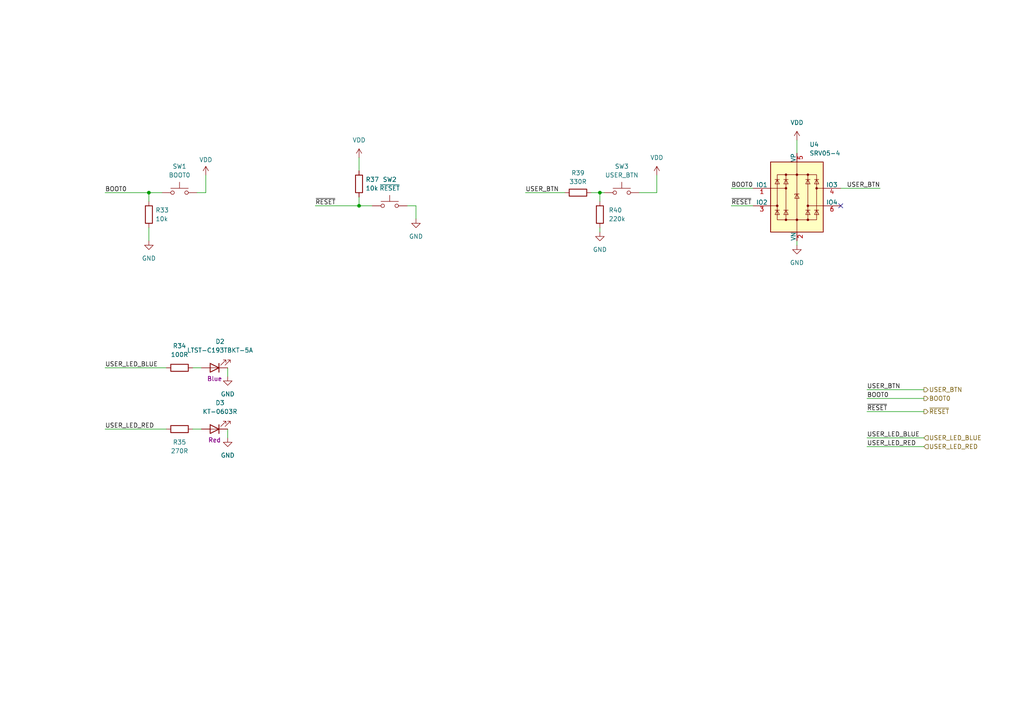
<source format=kicad_sch>
(kicad_sch (version 20230121) (generator eeschema)
  (paper "A4")
  (lib_symbols
    (symbol "Device:LED" (pin_numbers hide) (pin_names (offset 1.016) hide)
      (property "Reference" "D" (at 0 2.54 0))
      (property "Value" "LED" (at 0 -2.54 0))
      (symbol "LED_0_1"
        (polyline (pts (xy -1.27 -1.27) (xy -1.27 1.27)) (stroke (width 0.254)))
        (polyline (pts (xy -1.27 0) (xy 1.27 0)))
        (polyline (pts (xy 1.27 -1.27) (xy 1.27 1.27) (xy -1.27 0) (xy 1.27 -1.27)) (stroke (width 0.254)))
        (polyline (pts (xy -3.048 -0.762) (xy -4.572 -2.286) (xy -3.81 -2.286) (xy -4.572 -2.286) (xy -4.572 -1.524)))
        (polyline (pts (xy -1.778 -0.762) (xy -3.302 -2.286) (xy -2.54 -2.286) (xy -3.302 -2.286) (xy -3.302 -1.524)))
      )
      (symbol "LED_1_1"
        (pin passive line (at -3.81 0 0) (length 2.54) (name "K") (number "1"))
        (pin passive line (at 3.81 0 180) (length 2.54) (name "A") (number "2"))
      )
    )
    (symbol "Device:R" (pin_numbers hide) (pin_names (offset 0))
      (property "Reference" "R" (at 2.032 0 90))
      (property "Value" "R" (at 0 0 90))
      (symbol "R_0_1"
        (rectangle (start -1.016 -2.54) (end 1.016 2.54) (stroke (width 0.254)))
      )
      (symbol "R_1_1"
        (pin passive line (at 0 3.81 270) (length 1.27) (name "~") (number "1"))
        (pin passive line (at 0 -3.81 90) (length 1.27) (name "~") (number "2"))
      )
    )
    (symbol "Power_Protection:SRV05-4" (pin_names (offset 0))
      (property "Reference" "U" (at -5.08 11.43 0))
      (property "Value" "SRV05-4" (at 2.54 11.43 0))
      (symbol "SRV05-4_0_0"
        (rectangle (start -5.715 6.477) (end 5.715 -6.604))
        (polyline (pts (xy -3.175 -6.604) (xy -3.175 6.477)))
        (polyline (pts (xy 3.175 6.477) (xy 3.175 -6.604)))
      )
      (symbol "SRV05-4_0_1"
        (rectangle (start -7.62 10.16) (end 7.62 -10.16) (stroke (width 0.254)) (fill (type background)))
        (circle (center -5.715 -2.54) (radius 0.2794) (fill (type outline)))
        (circle (center -3.175 -6.604) (radius 0.2794) (fill (type outline)))
        (circle (center -3.175 2.54) (radius 0.2794) (fill (type outline)))
        (circle (center -3.175 6.477) (radius 0.2794) (fill (type outline)))
        (circle (center 0 -6.604) (radius 0.2794) (fill (type outline)))
        (polyline (pts (xy -7.747 2.54) (xy -3.175 2.54)))
        (polyline (pts (xy -7.62 -2.54) (xy -5.715 -2.54)))
        (polyline (pts (xy -5.08 -3.81) (xy -6.35 -3.81)))
        (polyline (pts (xy -5.08 5.08) (xy -6.35 5.08)))
        (polyline (pts (xy -2.54 -3.81) (xy -3.81 -3.81)))
        (polyline (pts (xy -2.54 5.08) (xy -3.81 5.08)))
        (polyline (pts (xy 0 10.16) (xy 0 -10.16)))
        (polyline (pts (xy 3.81 -3.81) (xy 2.54 -3.81)))
        (polyline (pts (xy 3.81 5.08) (xy 2.54 5.08)))
        (polyline (pts (xy 6.35 -3.81) (xy 5.08 -3.81)))
        (polyline (pts (xy 6.35 5.08) (xy 5.08 5.08)))
        (polyline (pts (xy 7.62 -2.54) (xy 3.175 -2.54)))
        (polyline (pts (xy 7.62 2.54) (xy 5.715 2.54)))
        (polyline (pts (xy 0.635 0.889) (xy -0.635 0.889) (xy -0.635 0.635)))
        (polyline (pts (xy -5.08 -5.08) (xy -6.35 -5.08) (xy -5.715 -3.81) (xy -5.08 -5.08)))
        (polyline (pts (xy -5.08 3.81) (xy -6.35 3.81) (xy -5.715 5.08) (xy -5.08 3.81)))
        (polyline (pts (xy -2.54 -5.08) (xy -3.81 -5.08) (xy -3.175 -3.81) (xy -2.54 -5.08)))
        (polyline (pts (xy -2.54 3.81) (xy -3.81 3.81) (xy -3.175 5.08) (xy -2.54 3.81)))
        (polyline (pts (xy 0.635 -0.381) (xy -0.635 -0.381) (xy 0 0.889) (xy 0.635 -0.381)))
        (polyline (pts (xy 3.81 -5.08) (xy 2.54 -5.08) (xy 3.175 -3.81) (xy 3.81 -5.08)))
        (polyline (pts (xy 3.81 3.81) (xy 2.54 3.81) (xy 3.175 5.08) (xy 3.81 3.81)))
        (polyline (pts (xy 6.35 -5.08) (xy 5.08 -5.08) (xy 5.715 -3.81) (xy 6.35 -5.08)))
        (polyline (pts (xy 6.35 3.81) (xy 5.08 3.81) (xy 5.715 5.08) (xy 6.35 3.81)))
        (circle (center 0 6.477) (radius 0.2794) (fill (type outline)))
        (circle (center 3.175 -6.604) (radius 0.2794) (fill (type outline)))
        (circle (center 3.175 -2.54) (radius 0.2794) (fill (type outline)))
        (circle (center 3.175 6.477) (radius 0.2794) (fill (type outline)))
        (circle (center 5.715 2.54) (radius 0.2794) (fill (type outline)))
      )
      (symbol "SRV05-4_1_1"
        (pin passive line (at -12.7 2.54 0) (length 5.08) (name "IO1") (number "1"))
        (pin passive line (at 0 -12.7 90) (length 2.54) (name "VN") (number "2"))
        (pin passive line (at -12.7 -2.54 0) (length 5.08) (name "IO2") (number "3"))
        (pin passive line (at 12.7 2.54 180) (length 5.08) (name "IO3") (number "4"))
        (pin passive line (at 0 12.7 270) (length 2.54) (name "VP") (number "5"))
        (pin passive line (at 12.7 -2.54 180) (length 5.08) (name "IO4") (number "6"))
      )
    )
    (symbol "Switch:SW_Push" (pin_numbers hide) (pin_names (offset 1.016) hide)
      (property "Reference" "SW" (at 1.27 2.54 0))
      (property "Value" "SW_Push" (at 0 -1.524 0))
      (symbol "SW_Push_0_1"
        (circle (center -2.032 0) (radius 0.508))
        (polyline (pts (xy 0 1.27) (xy 0 3.048)))
        (polyline (pts (xy 2.54 1.27) (xy -2.54 1.27)))
        (circle (center 2.032 0) (radius 0.508))
        (pin passive line (at -5.08 0 0) (length 2.54) (name "1") (number "1"))
        (pin passive line (at 5.08 0 180) (length 2.54) (name "2") (number "2"))
      )
    )
    (symbol "power:GND" (power) (pin_names (offset 0))
      (property "Value" "GND" (at 0 -3.81 0))
      (symbol "GND_0_1"
        (polyline (pts (xy 0 0) (xy 0 -1.27) (xy 1.27 -1.27) (xy 0 -2.54) (xy -1.27 -1.27) (xy 0 -1.27)))
      )
      (symbol "GND_1_1"
        (pin power_in line (at 0 0 270) (length 0) hide (name "GND") (number "1"))
      )
    )
    (symbol "power:VDD" (power) (pin_names (offset 0))
      (property "Value" "VDD" (at 0 3.81 0))
      (symbol "VDD_0_1"
        (polyline (pts (xy -0.762 1.27) (xy 0 2.54)))
        (polyline (pts (xy 0 0) (xy 0 2.54)))
        (polyline (pts (xy 0 2.54) (xy 0.762 1.27)))
      )
      (symbol "VDD_1_1"
        (pin power_in line (at 0 0 90) (length 0) hide (name "VDD") (number "1"))
      )
    )
  )
  (junction (at 104.14 59.69))
  (junction (at 43.18 55.88))
  (junction (at 173.99 55.88))
  (no_connect (at 243.84 59.69))
  (wire (pts (xy 231.14 69.85) (xy 231.14 71.12)))
  (wire (pts (xy 66.04 109.22) (xy 66.04 106.68)))
  (wire (pts (xy 171.45 55.88) (xy 173.99 55.88)))
  (wire (pts (xy 43.18 55.88) (xy 46.99 55.88)))
  (wire (pts (xy 251.46 127) (xy 267.97 127)))
  (wire (pts (xy 59.69 55.88) (xy 57.15 55.88)))
  (wire (pts (xy 251.46 129.54) (xy 267.97 129.54)))
  (wire (pts (xy 55.88 124.46) (xy 58.42 124.46)))
  (wire (pts (xy 251.46 115.57) (xy 267.97 115.57)))
  (wire (pts (xy 173.99 55.88) (xy 173.99 58.42)))
  (wire (pts (xy 212.09 54.61) (xy 218.44 54.61)))
  (wire (pts (xy 104.14 57.15) (xy 104.14 59.69)))
  (wire (pts (xy 120.65 59.69) (xy 120.65 63.5)))
  (wire (pts (xy 104.14 59.69) (xy 107.95 59.69)))
  (wire (pts (xy 190.5 50.8) (xy 190.5 55.88)))
  (wire (pts (xy 30.48 55.88) (xy 43.18 55.88)))
  (wire (pts (xy 185.42 55.88) (xy 190.5 55.88)))
  (wire (pts (xy 91.44 59.69) (xy 104.14 59.69)))
  (wire (pts (xy 30.48 106.68) (xy 48.26 106.68)))
  (wire (pts (xy 43.18 55.88) (xy 43.18 58.42)))
  (wire (pts (xy 251.46 113.03) (xy 267.97 113.03)))
  (wire (pts (xy 231.14 40.64) (xy 231.14 44.45)))
  (wire (pts (xy 55.88 106.68) (xy 58.42 106.68)))
  (wire (pts (xy 251.46 119.38) (xy 267.97 119.38)))
  (wire (pts (xy 152.4 55.88) (xy 163.83 55.88)))
  (wire (pts (xy 255.27 54.61) (xy 243.84 54.61)))
  (wire (pts (xy 43.18 66.04) (xy 43.18 69.85)))
  (wire (pts (xy 212.09 59.69) (xy 218.44 59.69)))
  (wire (pts (xy 59.69 50.8) (xy 59.69 55.88)))
  (wire (pts (xy 104.14 45.72) (xy 104.14 49.53)))
  (wire (pts (xy 120.65 59.69) (xy 118.11 59.69)))
  (wire (pts (xy 173.99 66.04) (xy 173.99 67.31)))
  (wire (pts (xy 30.48 124.46) (xy 48.26 124.46)))
  (wire (pts (xy 66.04 127) (xy 66.04 124.46)))
  (wire (pts (xy 173.99 55.88) (xy 175.26 55.88)))
  (label "USER_BTN" (at 152.4 55.88 0))
  (label "USER_LED_BLUE" (at 30.48 106.68 0))
  (label "BOOT0" (at 212.09 54.61 0))
  (label "BOOT0" (at 30.48 55.88 0))
  (label "~{RESET}" (at 91.44 59.69 0))
  (label "USER_LED_RED" (at 30.48 124.46 0))
  (label "USER_LED_BLUE" (at 251.46 127 0))
  (label "~{RESET}" (at 212.09 59.69 0))
  (label "USER_LED_RED" (at 251.46 129.54 0))
  (label "~{RESET}" (at 251.46 119.38 0))
  (label "USER_BTN" (at 251.46 113.03 0))
  (label "BOOT0" (at 251.46 115.57 0))
  (label "USER_BTN" (at 255.27 54.61 180))
  (hierarchical_label "BOOT0" (shape output) (at 267.97 115.57 0))
  (hierarchical_label "USER_LED_RED" (shape input) (at 267.97 129.54 0))
  (hierarchical_label "USER_BTN" (shape output) (at 267.97 113.03 0))
  (hierarchical_label "USER_LED_BLUE" (shape input) (at 267.97 127 0))
  (hierarchical_label "~{RESET}" (shape output) (at 267.97 119.38 0))
  (symbol (lib_id "Device:R") (at 52.07 106.68 90) (unit 1)
    (property "Reference" "R34" (at 52.07 100.33 90))
    (property "Value" "100R" (at 52.07 102.87 90))
    (property "Footprint" "Resistor_SMD:R_0603_1608Metric" (effects hide))
  )
  (symbol (lib_id "power:VDD") (at 59.69 50.8 0) (unit 1)
    (property "Reference" "#PWR052" (effects hide))
    (property "Value" "VDD" (at 59.69 46.355 0))
  )
  (symbol (lib_id "Power_Protection:SRV05-4") (at 231.14 57.15 0) (unit 1)
    (property "Reference" "U4" (at 234.7661 41.91 0) (effects (justify left)))
    (property "Value" "SRV05-4" (at 234.7661 44.45 0) (effects (justify left)))
    (property "Footprint" "Package_TO_SOT_SMD:SOT-23-6" (effects hide))
    (property "Datasheet" "http://www.onsemi.com/pub/Collateral/SRV05-4-D.PDF" (effects hide))
    (instances (project "node-prototype" (path "" (reference "U4") (unit 1)) (path "" (reference "U14") (unit 1))))
  )
  (symbol (lib_id "Switch:SW_Push") (at 180.34 55.88 0) (unit 1)
    (property "Reference" "SW3" (at 180.34 48.26 0))
    (property "Value" "USER_BTN" (at 180.34 50.8 0))
    (property "Footprint" "MYBSP01201ABF_MYBSP00502ABF:TS-1187A-B-A-B" (effects hide))
  )
  (symbol (lib_id "Device:LED") (at 62.23 124.46 180) (unit 1)
    (property "Reference" "D3" (at 63.8175 116.84 0))
    (property "Value" "KT-0603R" (at 63.8175 119.38 0))
    (property "Footprint" "LED_SMD:LED_0603_1608Metric" (effects hide))
    (property "Color" "Red" (at 62.23 127.635 0))
  )
  (symbol (lib_id "power:GND") (at 173.99 67.31 0) (unit 1)
    (property "Reference" "#PWR060" (effects hide))
    (property "Value" "GND" (at 173.99 72.39 0))
  )
  (symbol (lib_id "Device:R") (at 52.07 124.46 90) (unit 1)
    (property "Reference" "R35" (at 52.07 128.27 90))
    (property "Value" "270R" (at 52.07 130.81 90))
    (property "Footprint" "Resistor_SMD:R_0603_1608Metric" (effects hide))
  )
  (symbol (lib_id "power:GND") (at 120.65 63.5 0) (unit 1)
    (property "Reference" "#PWR058" (effects hide))
    (property "Value" "GND" (at 120.65 68.58 0))
  )
  (symbol (lib_id "power:GND") (at 66.04 109.22 0) (unit 1)
    (property "Reference" "#PWR053" (effects hide))
    (property "Value" "GND" (at 66.04 114.3 0))
  )
  (symbol (lib_id "power:VDD") (at 190.5 50.8 0) (unit 1)
    (property "Reference" "#PWR062" (effects hide))
    (property "Value" "VDD" (at 190.5 45.72 0))
  )
  (symbol (lib_id "Device:LED") (at 62.23 106.68 180) (unit 1)
    (property "Reference" "D2" (at 63.8175 99.06 0))
    (property "Value" "LTST-C193TBKT-5A" (at 63.8175 101.6 0))
    (property "Footprint" "LED_SMD:LED_0603_1608Metric" (effects hide))
    (property "Color" "Blue" (at 62.23 109.855 0))
  )
  (symbol (lib_id "Device:R") (at 104.14 53.34 0) (unit 1)
    (property "Reference" "R37" (at 106.045 52.07 0) (effects (justify left)))
    (property "Value" "10k" (at 106.045 54.61 0) (effects (justify left)))
    (property "Footprint" "Resistor_SMD:R_0603_1608Metric" (effects hide))
  )
  (symbol (lib_id "power:GND") (at 66.04 127 0) (unit 1)
    (property "Reference" "#PWR054" (effects hide))
    (property "Value" "GND" (at 66.04 132.08 0))
  )
  (symbol (lib_id "Switch:SW_Push") (at 52.07 55.88 0) (unit 1)
    (property "Reference" "SW1" (at 52.07 48.26 0))
    (property "Value" "BOOT0" (at 52.07 50.8 0))
    (property "Footprint" "MYBSP01201ABF_MYBSP00502ABF:TS-1187A-B-A-B" (effects hide))
  )
  (symbol (lib_id "power:GND") (at 43.18 69.85 0) (unit 1)
    (property "Reference" "#PWR051" (effects hide))
    (property "Value" "GND" (at 43.18 74.93 0))
  )
  (symbol (lib_id "power:VDD") (at 231.14 40.64 0) (unit 1)
    (property "Reference" "#PWR088" (effects hide))
    (property "Value" "VDD" (at 231.14 35.56 0))
  )
  (symbol (lib_id "Device:R") (at 43.18 62.23 0) (unit 1)
    (property "Reference" "R33" (at 45.085 60.96 0) (effects (justify left)))
    (property "Value" "10k" (at 45.085 63.5 0) (effects (justify left)))
    (property "Footprint" "Resistor_SMD:R_0603_1608Metric" (effects hide))
  )
  (symbol (lib_id "power:VDD") (at 104.14 45.72 0) (unit 1)
    (property "Reference" "#PWR057" (effects hide))
    (property "Value" "VDD" (at 104.14 40.64 0))
  )
  (symbol (lib_id "power:GND") (at 231.14 71.12 0) (unit 1)
    (property "Reference" "#PWR089" (effects hide))
    (property "Value" "GND" (at 231.14 76.2 0))
  )
  (symbol (lib_id "Device:R") (at 173.99 62.23 0) (unit 1)
    (property "Reference" "R40" (at 176.53 60.96 0) (effects (justify left)))
    (property "Value" "220k" (at 176.53 63.5 0) (effects (justify left)))
    (property "Footprint" "Resistor_SMD:R_0603_1608Metric" (effects hide))
  )
  (symbol (lib_id "Device:R") (at 167.64 55.88 90) (unit 1)
    (property "Reference" "R39" (at 167.64 50.165 90))
    (property "Value" "330R" (at 167.64 52.705 90))
    (property "Footprint" "Resistor_SMD:R_0603_1608Metric" (effects hide))
  )
  (symbol (lib_id "Switch:SW_Push") (at 113.03 59.69 0) (unit 1)
    (property "Reference" "SW2" (at 113.03 52.07 0))
    (property "Value" "~{RESET}" (at 113.03 54.61 0))
    (property "Footprint" "MYBSP01201ABF_MYBSP00502ABF:TS-1187A-B-A-B" (effects hide))
  )
)
</source>
